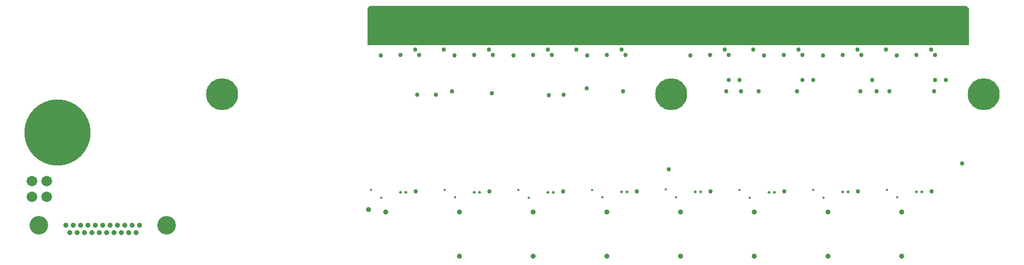
<source format=gbs>
G04 Layer_Color=16711935*
%FSLAX25Y25*%
%MOIN*%
G70*
G01*
G75*
%ADD15C,0.02000*%
%ADD17R,0.07000X0.25000*%
%ADD23C,0.03500*%
%ADD24C,0.45000*%
%ADD26C,0.21700*%
%ADD27C,0.12598*%
%ADD28C,0.03000*%
%ADD55C,0.01500*%
%ADD56C,0.07200*%
G36*
X526500Y175500D02*
X526500Y175500D01*
Y150500D01*
X118500D01*
Y175500D01*
X118500Y175500D01*
X120000Y177000D01*
X525000D01*
X526500Y175500D01*
D02*
G37*
D15*
X144500Y50600D02*
D03*
X194500D02*
D03*
X244500D02*
D03*
X294500Y50635D02*
D03*
X341000D02*
D03*
X344500D02*
D03*
X394500Y50600D02*
D03*
X441000Y50635D02*
D03*
X444500D02*
D03*
X491000D02*
D03*
X494500D02*
D03*
X141000Y50600D02*
D03*
X291000Y50635D02*
D03*
X191000Y50600D02*
D03*
X241000D02*
D03*
X391000D02*
D03*
D17*
X137500Y163500D02*
D03*
X517500D02*
D03*
X507500D02*
D03*
X497500D02*
D03*
X487500D02*
D03*
X477500D02*
D03*
X467500D02*
D03*
X457500D02*
D03*
X447500D02*
D03*
X437500D02*
D03*
X427500D02*
D03*
X417500D02*
D03*
X407500D02*
D03*
X397500D02*
D03*
X387500D02*
D03*
X377500D02*
D03*
X367500D02*
D03*
X357500D02*
D03*
X347500D02*
D03*
X337500D02*
D03*
X327500D02*
D03*
X317500D02*
D03*
X307500D02*
D03*
X297500D02*
D03*
X287500D02*
D03*
X277500D02*
D03*
X267500D02*
D03*
X257500D02*
D03*
X247500D02*
D03*
X237500D02*
D03*
X227500D02*
D03*
X217500D02*
D03*
X207500D02*
D03*
X197500D02*
D03*
X187500D02*
D03*
X177500D02*
D03*
X167500D02*
D03*
X157500D02*
D03*
X147500D02*
D03*
X127500D02*
D03*
D23*
X-36006Y28158D02*
D03*
X-83506Y23158D02*
D03*
X-78506D02*
D03*
X-73506D02*
D03*
X-68506D02*
D03*
X-63506D02*
D03*
X-58506D02*
D03*
X-53506D02*
D03*
X-48506D02*
D03*
X-43506D02*
D03*
X-38506D02*
D03*
X-41006Y28158D02*
D03*
X-46006D02*
D03*
X-51006D02*
D03*
X-56006D02*
D03*
X-61006D02*
D03*
X-66006D02*
D03*
X-71006D02*
D03*
X-76006D02*
D03*
X-81006D02*
D03*
X-86006D02*
D03*
X480874Y37200D02*
D03*
Y7200D02*
D03*
X430837Y37162D02*
D03*
Y7162D02*
D03*
X380837Y37162D02*
D03*
Y7162D02*
D03*
X330874Y37234D02*
D03*
Y7234D02*
D03*
X280874Y37200D02*
D03*
Y7200D02*
D03*
X230837Y7162D02*
D03*
X180837D02*
D03*
X230837Y37162D02*
D03*
X180837D02*
D03*
X130837D02*
D03*
X119266Y38787D02*
D03*
D24*
X-91706Y91055D02*
D03*
D26*
X324500Y117000D02*
D03*
X20000D02*
D03*
X536500D02*
D03*
D27*
X-17756Y28158D02*
D03*
X-104256D02*
D03*
D28*
X291000Y147400D02*
D03*
X241000D02*
D03*
X201000D02*
D03*
X151000D02*
D03*
X510900Y126700D02*
D03*
X501000Y147400D02*
D03*
X503600Y126700D02*
D03*
X451000Y147400D02*
D03*
X460900Y126700D02*
D03*
X363600D02*
D03*
X370900D02*
D03*
X361000Y147400D02*
D03*
X372000Y119068D02*
D03*
X491000Y143900D02*
D03*
X441000D02*
D03*
X401000D02*
D03*
X351000D02*
D03*
X281000D02*
D03*
X231000D02*
D03*
X191000D02*
D03*
X141000D02*
D03*
X413600Y126700D02*
D03*
X420900D02*
D03*
X411000Y147400D02*
D03*
X292000Y119068D02*
D03*
X410000Y119026D02*
D03*
X453600Y143900D02*
D03*
X413600D02*
D03*
X363600D02*
D03*
X293600D02*
D03*
X243600D02*
D03*
X503600D02*
D03*
X203600D02*
D03*
X153600D02*
D03*
X501200Y51100D02*
D03*
X451200D02*
D03*
X401200D02*
D03*
X177500Y143600D02*
D03*
X217500D02*
D03*
X267500D02*
D03*
X337500D02*
D03*
X387500D02*
D03*
X427500D02*
D03*
X477500D02*
D03*
X453041Y119068D02*
D03*
X503041D02*
D03*
X362000D02*
D03*
X170116Y147300D02*
D03*
X260116D02*
D03*
X380116D02*
D03*
X470116D02*
D03*
X175959Y119068D02*
D03*
X383800D02*
D03*
X464000D02*
D03*
X472500D02*
D03*
X522000Y70000D02*
D03*
X127500Y143600D02*
D03*
X351162Y51062D02*
D03*
X267147Y121065D02*
D03*
X202830Y117803D02*
D03*
X152109Y116907D02*
D03*
X164901D02*
D03*
X241566Y116595D02*
D03*
X251574Y116692D02*
D03*
X151200Y51100D02*
D03*
X201162Y51062D02*
D03*
X251200Y51100D02*
D03*
X301200Y51135D02*
D03*
X322757Y66139D02*
D03*
D55*
X427962Y46928D02*
D03*
X420992Y52219D02*
D03*
X370992D02*
D03*
X377962Y46928D02*
D03*
X328000Y47000D02*
D03*
X321030Y52292D02*
D03*
X271030Y52257D02*
D03*
X278000Y46965D02*
D03*
X227962Y46928D02*
D03*
X220992Y52219D02*
D03*
X171030Y52257D02*
D03*
X178000Y46965D02*
D03*
X127962Y46928D02*
D03*
X120992Y52219D02*
D03*
X471030Y52257D02*
D03*
X478000Y46965D02*
D03*
D56*
X-98985Y58232D02*
D03*
X-108985D02*
D03*
X-98985Y47338D02*
D03*
X-108985D02*
D03*
M02*

</source>
